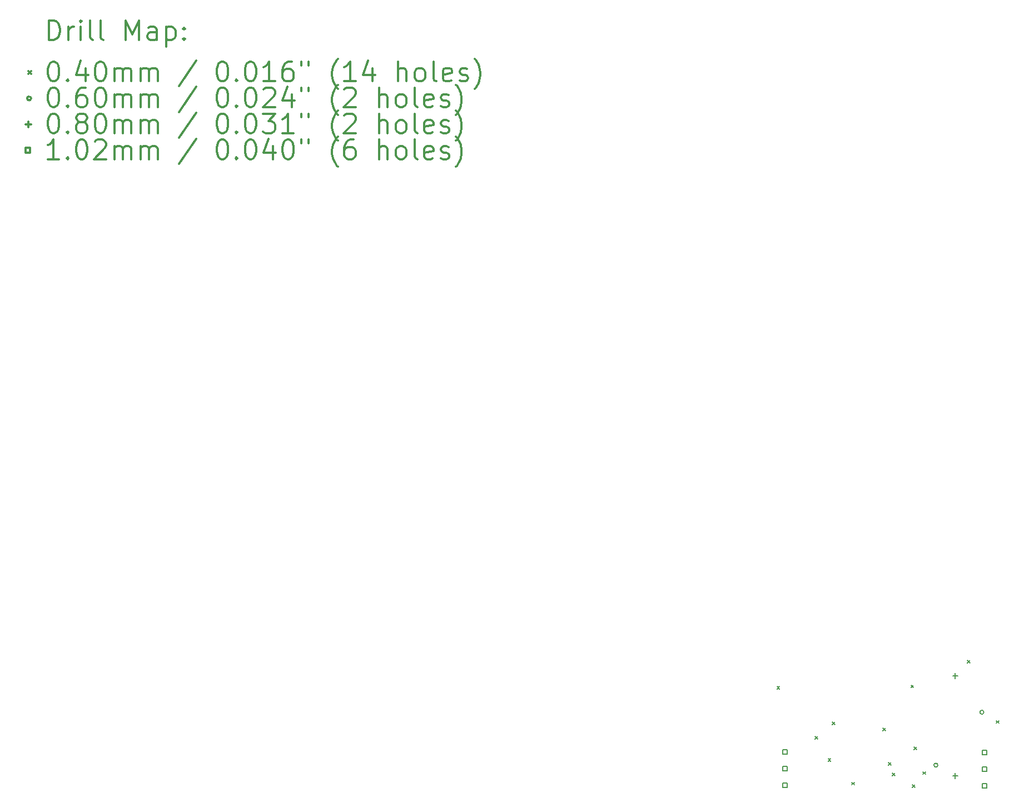
<source format=gbr>
%FSLAX45Y45*%
G04 Gerber Fmt 4.5, Leading zero omitted, Abs format (unit mm)*
G04 Created by KiCad (PCBNEW 4.0.2-stable) date 9/21/2016 2:39:10 AM*
%MOMM*%
G01*
G04 APERTURE LIST*
%ADD10C,0.127000*%
%ADD11C,0.200000*%
%ADD12C,0.300000*%
G04 APERTURE END LIST*
D10*
D11*
X11360000Y-10322000D02*
X11400000Y-10362000D01*
X11400000Y-10322000D02*
X11360000Y-10362000D01*
X11940000Y-11082000D02*
X11980000Y-11122000D01*
X11980000Y-11082000D02*
X11940000Y-11122000D01*
X12140000Y-11422000D02*
X12180000Y-11462000D01*
X12180000Y-11422000D02*
X12140000Y-11462000D01*
X12200000Y-10862000D02*
X12240000Y-10902000D01*
X12240000Y-10862000D02*
X12200000Y-10902000D01*
X12500000Y-11782000D02*
X12540000Y-11822000D01*
X12540000Y-11782000D02*
X12500000Y-11822000D01*
X12975000Y-10957000D02*
X13015000Y-10997000D01*
X13015000Y-10957000D02*
X12975000Y-10997000D01*
X13060000Y-11482000D02*
X13100000Y-11522000D01*
X13100000Y-11482000D02*
X13060000Y-11522000D01*
X13120000Y-11642000D02*
X13160000Y-11682000D01*
X13160000Y-11642000D02*
X13120000Y-11682000D01*
X13400000Y-10302000D02*
X13440000Y-10342000D01*
X13440000Y-10302000D02*
X13400000Y-10342000D01*
X13420000Y-11822000D02*
X13460000Y-11862000D01*
X13460000Y-11822000D02*
X13420000Y-11862000D01*
X13450000Y-11247000D02*
X13490000Y-11287000D01*
X13490000Y-11247000D02*
X13450000Y-11287000D01*
X13580000Y-11622000D02*
X13620000Y-11662000D01*
X13620000Y-11622000D02*
X13580000Y-11662000D01*
X14260000Y-9922000D02*
X14300000Y-9962000D01*
X14300000Y-9922000D02*
X14260000Y-9962000D01*
X14700000Y-10842000D02*
X14740000Y-10882000D01*
X14740000Y-10842000D02*
X14700000Y-10882000D01*
X13810000Y-11522000D02*
G75*
G03X13810000Y-11522000I-30000J0D01*
G01*
X14510000Y-10714499D02*
G75*
G03X14510000Y-10714499I-30000J0D01*
G01*
X14075000Y-10120000D02*
X14075000Y-10200000D01*
X14035000Y-10160000D02*
X14115000Y-10160000D01*
X14075000Y-11644000D02*
X14075000Y-11724000D01*
X14035000Y-11684000D02*
X14115000Y-11684000D01*
X11515921Y-11357921D02*
X11515921Y-11286079D01*
X11444079Y-11286079D01*
X11444079Y-11357921D01*
X11515921Y-11357921D01*
X11515921Y-11611921D02*
X11515921Y-11540079D01*
X11444079Y-11540079D01*
X11444079Y-11611921D01*
X11515921Y-11611921D01*
X11515921Y-11865921D02*
X11515921Y-11794079D01*
X11444079Y-11794079D01*
X11444079Y-11865921D01*
X11515921Y-11865921D01*
X14555921Y-11363921D02*
X14555921Y-11292079D01*
X14484079Y-11292079D01*
X14484079Y-11363921D01*
X14555921Y-11363921D01*
X14555921Y-11617921D02*
X14555921Y-11546079D01*
X14484079Y-11546079D01*
X14484079Y-11617921D01*
X14555921Y-11617921D01*
X14555921Y-11871921D02*
X14555921Y-11800079D01*
X14484079Y-11800079D01*
X14484079Y-11871921D01*
X14555921Y-11871921D01*
D12*
X271429Y-465714D02*
X271429Y-165714D01*
X342857Y-165714D01*
X385714Y-180000D01*
X414286Y-208571D01*
X428571Y-237143D01*
X442857Y-294286D01*
X442857Y-337143D01*
X428571Y-394286D01*
X414286Y-422857D01*
X385714Y-451429D01*
X342857Y-465714D01*
X271429Y-465714D01*
X571429Y-465714D02*
X571429Y-265714D01*
X571429Y-322857D02*
X585714Y-294286D01*
X600000Y-280000D01*
X628571Y-265714D01*
X657143Y-265714D01*
X757143Y-465714D02*
X757143Y-265714D01*
X757143Y-165714D02*
X742857Y-180000D01*
X757143Y-194286D01*
X771429Y-180000D01*
X757143Y-165714D01*
X757143Y-194286D01*
X942857Y-465714D02*
X914286Y-451429D01*
X900000Y-422857D01*
X900000Y-165714D01*
X1100000Y-465714D02*
X1071429Y-451429D01*
X1057143Y-422857D01*
X1057143Y-165714D01*
X1442857Y-465714D02*
X1442857Y-165714D01*
X1542857Y-380000D01*
X1642857Y-165714D01*
X1642857Y-465714D01*
X1914286Y-465714D02*
X1914286Y-308571D01*
X1900000Y-280000D01*
X1871429Y-265714D01*
X1814286Y-265714D01*
X1785714Y-280000D01*
X1914286Y-451429D02*
X1885714Y-465714D01*
X1814286Y-465714D01*
X1785714Y-451429D01*
X1771429Y-422857D01*
X1771429Y-394286D01*
X1785714Y-365714D01*
X1814286Y-351429D01*
X1885714Y-351429D01*
X1914286Y-337143D01*
X2057143Y-265714D02*
X2057143Y-565714D01*
X2057143Y-280000D02*
X2085714Y-265714D01*
X2142857Y-265714D01*
X2171429Y-280000D01*
X2185714Y-294286D01*
X2200000Y-322857D01*
X2200000Y-408571D01*
X2185714Y-437143D01*
X2171429Y-451429D01*
X2142857Y-465714D01*
X2085714Y-465714D01*
X2057143Y-451429D01*
X2328572Y-437143D02*
X2342857Y-451429D01*
X2328572Y-465714D01*
X2314286Y-451429D01*
X2328572Y-437143D01*
X2328572Y-465714D01*
X2328572Y-280000D02*
X2342857Y-294286D01*
X2328572Y-308571D01*
X2314286Y-294286D01*
X2328572Y-280000D01*
X2328572Y-308571D01*
X-40000Y-940000D02*
X0Y-980000D01*
X0Y-940000D02*
X-40000Y-980000D01*
X328571Y-795714D02*
X357143Y-795714D01*
X385714Y-810000D01*
X400000Y-824286D01*
X414286Y-852857D01*
X428571Y-910000D01*
X428571Y-981429D01*
X414286Y-1038571D01*
X400000Y-1067143D01*
X385714Y-1081429D01*
X357143Y-1095714D01*
X328571Y-1095714D01*
X300000Y-1081429D01*
X285714Y-1067143D01*
X271429Y-1038571D01*
X257143Y-981429D01*
X257143Y-910000D01*
X271429Y-852857D01*
X285714Y-824286D01*
X300000Y-810000D01*
X328571Y-795714D01*
X557143Y-1067143D02*
X571429Y-1081429D01*
X557143Y-1095714D01*
X542857Y-1081429D01*
X557143Y-1067143D01*
X557143Y-1095714D01*
X828571Y-895714D02*
X828571Y-1095714D01*
X757143Y-781429D02*
X685714Y-995714D01*
X871428Y-995714D01*
X1042857Y-795714D02*
X1071429Y-795714D01*
X1100000Y-810000D01*
X1114286Y-824286D01*
X1128571Y-852857D01*
X1142857Y-910000D01*
X1142857Y-981429D01*
X1128571Y-1038571D01*
X1114286Y-1067143D01*
X1100000Y-1081429D01*
X1071429Y-1095714D01*
X1042857Y-1095714D01*
X1014286Y-1081429D01*
X1000000Y-1067143D01*
X985714Y-1038571D01*
X971429Y-981429D01*
X971429Y-910000D01*
X985714Y-852857D01*
X1000000Y-824286D01*
X1014286Y-810000D01*
X1042857Y-795714D01*
X1271429Y-1095714D02*
X1271429Y-895714D01*
X1271429Y-924286D02*
X1285714Y-910000D01*
X1314286Y-895714D01*
X1357143Y-895714D01*
X1385714Y-910000D01*
X1400000Y-938571D01*
X1400000Y-1095714D01*
X1400000Y-938571D02*
X1414286Y-910000D01*
X1442857Y-895714D01*
X1485714Y-895714D01*
X1514286Y-910000D01*
X1528571Y-938571D01*
X1528571Y-1095714D01*
X1671429Y-1095714D02*
X1671429Y-895714D01*
X1671429Y-924286D02*
X1685714Y-910000D01*
X1714286Y-895714D01*
X1757143Y-895714D01*
X1785714Y-910000D01*
X1800000Y-938571D01*
X1800000Y-1095714D01*
X1800000Y-938571D02*
X1814286Y-910000D01*
X1842857Y-895714D01*
X1885714Y-895714D01*
X1914286Y-910000D01*
X1928571Y-938571D01*
X1928571Y-1095714D01*
X2514286Y-781429D02*
X2257143Y-1167143D01*
X2900000Y-795714D02*
X2928571Y-795714D01*
X2957143Y-810000D01*
X2971428Y-824286D01*
X2985714Y-852857D01*
X3000000Y-910000D01*
X3000000Y-981429D01*
X2985714Y-1038571D01*
X2971428Y-1067143D01*
X2957143Y-1081429D01*
X2928571Y-1095714D01*
X2900000Y-1095714D01*
X2871428Y-1081429D01*
X2857143Y-1067143D01*
X2842857Y-1038571D01*
X2828571Y-981429D01*
X2828571Y-910000D01*
X2842857Y-852857D01*
X2857143Y-824286D01*
X2871428Y-810000D01*
X2900000Y-795714D01*
X3128571Y-1067143D02*
X3142857Y-1081429D01*
X3128571Y-1095714D01*
X3114286Y-1081429D01*
X3128571Y-1067143D01*
X3128571Y-1095714D01*
X3328571Y-795714D02*
X3357143Y-795714D01*
X3385714Y-810000D01*
X3400000Y-824286D01*
X3414286Y-852857D01*
X3428571Y-910000D01*
X3428571Y-981429D01*
X3414286Y-1038571D01*
X3400000Y-1067143D01*
X3385714Y-1081429D01*
X3357143Y-1095714D01*
X3328571Y-1095714D01*
X3300000Y-1081429D01*
X3285714Y-1067143D01*
X3271428Y-1038571D01*
X3257143Y-981429D01*
X3257143Y-910000D01*
X3271428Y-852857D01*
X3285714Y-824286D01*
X3300000Y-810000D01*
X3328571Y-795714D01*
X3714286Y-1095714D02*
X3542857Y-1095714D01*
X3628571Y-1095714D02*
X3628571Y-795714D01*
X3600000Y-838571D01*
X3571428Y-867143D01*
X3542857Y-881429D01*
X3971428Y-795714D02*
X3914286Y-795714D01*
X3885714Y-810000D01*
X3871428Y-824286D01*
X3842857Y-867143D01*
X3828571Y-924286D01*
X3828571Y-1038571D01*
X3842857Y-1067143D01*
X3857143Y-1081429D01*
X3885714Y-1095714D01*
X3942857Y-1095714D01*
X3971428Y-1081429D01*
X3985714Y-1067143D01*
X4000000Y-1038571D01*
X4000000Y-967143D01*
X3985714Y-938571D01*
X3971428Y-924286D01*
X3942857Y-910000D01*
X3885714Y-910000D01*
X3857143Y-924286D01*
X3842857Y-938571D01*
X3828571Y-967143D01*
X4114286Y-795714D02*
X4114286Y-852857D01*
X4228571Y-795714D02*
X4228571Y-852857D01*
X4671429Y-1210000D02*
X4657143Y-1195714D01*
X4628571Y-1152857D01*
X4614286Y-1124286D01*
X4600000Y-1081429D01*
X4585714Y-1010000D01*
X4585714Y-952857D01*
X4600000Y-881429D01*
X4614286Y-838571D01*
X4628571Y-810000D01*
X4657143Y-767143D01*
X4671429Y-752857D01*
X4942857Y-1095714D02*
X4771429Y-1095714D01*
X4857143Y-1095714D02*
X4857143Y-795714D01*
X4828571Y-838571D01*
X4800000Y-867143D01*
X4771429Y-881429D01*
X5200000Y-895714D02*
X5200000Y-1095714D01*
X5128571Y-781429D02*
X5057143Y-995714D01*
X5242857Y-995714D01*
X5585714Y-1095714D02*
X5585714Y-795714D01*
X5714286Y-1095714D02*
X5714286Y-938571D01*
X5700000Y-910000D01*
X5671428Y-895714D01*
X5628571Y-895714D01*
X5600000Y-910000D01*
X5585714Y-924286D01*
X5900000Y-1095714D02*
X5871428Y-1081429D01*
X5857143Y-1067143D01*
X5842857Y-1038571D01*
X5842857Y-952857D01*
X5857143Y-924286D01*
X5871428Y-910000D01*
X5900000Y-895714D01*
X5942857Y-895714D01*
X5971428Y-910000D01*
X5985714Y-924286D01*
X6000000Y-952857D01*
X6000000Y-1038571D01*
X5985714Y-1067143D01*
X5971428Y-1081429D01*
X5942857Y-1095714D01*
X5900000Y-1095714D01*
X6171428Y-1095714D02*
X6142857Y-1081429D01*
X6128571Y-1052857D01*
X6128571Y-795714D01*
X6400000Y-1081429D02*
X6371429Y-1095714D01*
X6314286Y-1095714D01*
X6285714Y-1081429D01*
X6271429Y-1052857D01*
X6271429Y-938571D01*
X6285714Y-910000D01*
X6314286Y-895714D01*
X6371429Y-895714D01*
X6400000Y-910000D01*
X6414286Y-938571D01*
X6414286Y-967143D01*
X6271429Y-995714D01*
X6528571Y-1081429D02*
X6557143Y-1095714D01*
X6614286Y-1095714D01*
X6642857Y-1081429D01*
X6657143Y-1052857D01*
X6657143Y-1038571D01*
X6642857Y-1010000D01*
X6614286Y-995714D01*
X6571429Y-995714D01*
X6542857Y-981429D01*
X6528571Y-952857D01*
X6528571Y-938571D01*
X6542857Y-910000D01*
X6571429Y-895714D01*
X6614286Y-895714D01*
X6642857Y-910000D01*
X6757143Y-1210000D02*
X6771429Y-1195714D01*
X6800000Y-1152857D01*
X6814286Y-1124286D01*
X6828571Y-1081429D01*
X6842857Y-1010000D01*
X6842857Y-952857D01*
X6828571Y-881429D01*
X6814286Y-838571D01*
X6800000Y-810000D01*
X6771429Y-767143D01*
X6757143Y-752857D01*
X0Y-1356000D02*
G75*
G03X0Y-1356000I-30000J0D01*
G01*
X328571Y-1191714D02*
X357143Y-1191714D01*
X385714Y-1206000D01*
X400000Y-1220286D01*
X414286Y-1248857D01*
X428571Y-1306000D01*
X428571Y-1377429D01*
X414286Y-1434571D01*
X400000Y-1463143D01*
X385714Y-1477429D01*
X357143Y-1491714D01*
X328571Y-1491714D01*
X300000Y-1477429D01*
X285714Y-1463143D01*
X271429Y-1434571D01*
X257143Y-1377429D01*
X257143Y-1306000D01*
X271429Y-1248857D01*
X285714Y-1220286D01*
X300000Y-1206000D01*
X328571Y-1191714D01*
X557143Y-1463143D02*
X571429Y-1477429D01*
X557143Y-1491714D01*
X542857Y-1477429D01*
X557143Y-1463143D01*
X557143Y-1491714D01*
X828571Y-1191714D02*
X771428Y-1191714D01*
X742857Y-1206000D01*
X728571Y-1220286D01*
X700000Y-1263143D01*
X685714Y-1320286D01*
X685714Y-1434571D01*
X700000Y-1463143D01*
X714286Y-1477429D01*
X742857Y-1491714D01*
X800000Y-1491714D01*
X828571Y-1477429D01*
X842857Y-1463143D01*
X857143Y-1434571D01*
X857143Y-1363143D01*
X842857Y-1334571D01*
X828571Y-1320286D01*
X800000Y-1306000D01*
X742857Y-1306000D01*
X714286Y-1320286D01*
X700000Y-1334571D01*
X685714Y-1363143D01*
X1042857Y-1191714D02*
X1071429Y-1191714D01*
X1100000Y-1206000D01*
X1114286Y-1220286D01*
X1128571Y-1248857D01*
X1142857Y-1306000D01*
X1142857Y-1377429D01*
X1128571Y-1434571D01*
X1114286Y-1463143D01*
X1100000Y-1477429D01*
X1071429Y-1491714D01*
X1042857Y-1491714D01*
X1014286Y-1477429D01*
X1000000Y-1463143D01*
X985714Y-1434571D01*
X971429Y-1377429D01*
X971429Y-1306000D01*
X985714Y-1248857D01*
X1000000Y-1220286D01*
X1014286Y-1206000D01*
X1042857Y-1191714D01*
X1271429Y-1491714D02*
X1271429Y-1291714D01*
X1271429Y-1320286D02*
X1285714Y-1306000D01*
X1314286Y-1291714D01*
X1357143Y-1291714D01*
X1385714Y-1306000D01*
X1400000Y-1334571D01*
X1400000Y-1491714D01*
X1400000Y-1334571D02*
X1414286Y-1306000D01*
X1442857Y-1291714D01*
X1485714Y-1291714D01*
X1514286Y-1306000D01*
X1528571Y-1334571D01*
X1528571Y-1491714D01*
X1671429Y-1491714D02*
X1671429Y-1291714D01*
X1671429Y-1320286D02*
X1685714Y-1306000D01*
X1714286Y-1291714D01*
X1757143Y-1291714D01*
X1785714Y-1306000D01*
X1800000Y-1334571D01*
X1800000Y-1491714D01*
X1800000Y-1334571D02*
X1814286Y-1306000D01*
X1842857Y-1291714D01*
X1885714Y-1291714D01*
X1914286Y-1306000D01*
X1928571Y-1334571D01*
X1928571Y-1491714D01*
X2514286Y-1177429D02*
X2257143Y-1563143D01*
X2900000Y-1191714D02*
X2928571Y-1191714D01*
X2957143Y-1206000D01*
X2971428Y-1220286D01*
X2985714Y-1248857D01*
X3000000Y-1306000D01*
X3000000Y-1377429D01*
X2985714Y-1434571D01*
X2971428Y-1463143D01*
X2957143Y-1477429D01*
X2928571Y-1491714D01*
X2900000Y-1491714D01*
X2871428Y-1477429D01*
X2857143Y-1463143D01*
X2842857Y-1434571D01*
X2828571Y-1377429D01*
X2828571Y-1306000D01*
X2842857Y-1248857D01*
X2857143Y-1220286D01*
X2871428Y-1206000D01*
X2900000Y-1191714D01*
X3128571Y-1463143D02*
X3142857Y-1477429D01*
X3128571Y-1491714D01*
X3114286Y-1477429D01*
X3128571Y-1463143D01*
X3128571Y-1491714D01*
X3328571Y-1191714D02*
X3357143Y-1191714D01*
X3385714Y-1206000D01*
X3400000Y-1220286D01*
X3414286Y-1248857D01*
X3428571Y-1306000D01*
X3428571Y-1377429D01*
X3414286Y-1434571D01*
X3400000Y-1463143D01*
X3385714Y-1477429D01*
X3357143Y-1491714D01*
X3328571Y-1491714D01*
X3300000Y-1477429D01*
X3285714Y-1463143D01*
X3271428Y-1434571D01*
X3257143Y-1377429D01*
X3257143Y-1306000D01*
X3271428Y-1248857D01*
X3285714Y-1220286D01*
X3300000Y-1206000D01*
X3328571Y-1191714D01*
X3542857Y-1220286D02*
X3557143Y-1206000D01*
X3585714Y-1191714D01*
X3657143Y-1191714D01*
X3685714Y-1206000D01*
X3700000Y-1220286D01*
X3714286Y-1248857D01*
X3714286Y-1277429D01*
X3700000Y-1320286D01*
X3528571Y-1491714D01*
X3714286Y-1491714D01*
X3971428Y-1291714D02*
X3971428Y-1491714D01*
X3900000Y-1177429D02*
X3828571Y-1391714D01*
X4014286Y-1391714D01*
X4114286Y-1191714D02*
X4114286Y-1248857D01*
X4228571Y-1191714D02*
X4228571Y-1248857D01*
X4671429Y-1606000D02*
X4657143Y-1591714D01*
X4628571Y-1548857D01*
X4614286Y-1520286D01*
X4600000Y-1477429D01*
X4585714Y-1406000D01*
X4585714Y-1348857D01*
X4600000Y-1277429D01*
X4614286Y-1234571D01*
X4628571Y-1206000D01*
X4657143Y-1163143D01*
X4671429Y-1148857D01*
X4771429Y-1220286D02*
X4785714Y-1206000D01*
X4814286Y-1191714D01*
X4885714Y-1191714D01*
X4914286Y-1206000D01*
X4928571Y-1220286D01*
X4942857Y-1248857D01*
X4942857Y-1277429D01*
X4928571Y-1320286D01*
X4757143Y-1491714D01*
X4942857Y-1491714D01*
X5300000Y-1491714D02*
X5300000Y-1191714D01*
X5428571Y-1491714D02*
X5428571Y-1334571D01*
X5414286Y-1306000D01*
X5385714Y-1291714D01*
X5342857Y-1291714D01*
X5314286Y-1306000D01*
X5300000Y-1320286D01*
X5614286Y-1491714D02*
X5585714Y-1477429D01*
X5571429Y-1463143D01*
X5557143Y-1434571D01*
X5557143Y-1348857D01*
X5571429Y-1320286D01*
X5585714Y-1306000D01*
X5614286Y-1291714D01*
X5657143Y-1291714D01*
X5685714Y-1306000D01*
X5700000Y-1320286D01*
X5714286Y-1348857D01*
X5714286Y-1434571D01*
X5700000Y-1463143D01*
X5685714Y-1477429D01*
X5657143Y-1491714D01*
X5614286Y-1491714D01*
X5885714Y-1491714D02*
X5857143Y-1477429D01*
X5842857Y-1448857D01*
X5842857Y-1191714D01*
X6114286Y-1477429D02*
X6085714Y-1491714D01*
X6028571Y-1491714D01*
X6000000Y-1477429D01*
X5985714Y-1448857D01*
X5985714Y-1334571D01*
X6000000Y-1306000D01*
X6028571Y-1291714D01*
X6085714Y-1291714D01*
X6114286Y-1306000D01*
X6128571Y-1334571D01*
X6128571Y-1363143D01*
X5985714Y-1391714D01*
X6242857Y-1477429D02*
X6271429Y-1491714D01*
X6328571Y-1491714D01*
X6357143Y-1477429D01*
X6371429Y-1448857D01*
X6371429Y-1434571D01*
X6357143Y-1406000D01*
X6328571Y-1391714D01*
X6285714Y-1391714D01*
X6257143Y-1377429D01*
X6242857Y-1348857D01*
X6242857Y-1334571D01*
X6257143Y-1306000D01*
X6285714Y-1291714D01*
X6328571Y-1291714D01*
X6357143Y-1306000D01*
X6471428Y-1606000D02*
X6485714Y-1591714D01*
X6514286Y-1548857D01*
X6528571Y-1520286D01*
X6542857Y-1477429D01*
X6557143Y-1406000D01*
X6557143Y-1348857D01*
X6542857Y-1277429D01*
X6528571Y-1234571D01*
X6514286Y-1206000D01*
X6485714Y-1163143D01*
X6471428Y-1148857D01*
X-40000Y-1712000D02*
X-40000Y-1792000D01*
X-80000Y-1752000D02*
X0Y-1752000D01*
X328571Y-1587714D02*
X357143Y-1587714D01*
X385714Y-1602000D01*
X400000Y-1616286D01*
X414286Y-1644857D01*
X428571Y-1702000D01*
X428571Y-1773429D01*
X414286Y-1830571D01*
X400000Y-1859143D01*
X385714Y-1873429D01*
X357143Y-1887714D01*
X328571Y-1887714D01*
X300000Y-1873429D01*
X285714Y-1859143D01*
X271429Y-1830571D01*
X257143Y-1773429D01*
X257143Y-1702000D01*
X271429Y-1644857D01*
X285714Y-1616286D01*
X300000Y-1602000D01*
X328571Y-1587714D01*
X557143Y-1859143D02*
X571429Y-1873429D01*
X557143Y-1887714D01*
X542857Y-1873429D01*
X557143Y-1859143D01*
X557143Y-1887714D01*
X742857Y-1716286D02*
X714286Y-1702000D01*
X700000Y-1687714D01*
X685714Y-1659143D01*
X685714Y-1644857D01*
X700000Y-1616286D01*
X714286Y-1602000D01*
X742857Y-1587714D01*
X800000Y-1587714D01*
X828571Y-1602000D01*
X842857Y-1616286D01*
X857143Y-1644857D01*
X857143Y-1659143D01*
X842857Y-1687714D01*
X828571Y-1702000D01*
X800000Y-1716286D01*
X742857Y-1716286D01*
X714286Y-1730571D01*
X700000Y-1744857D01*
X685714Y-1773429D01*
X685714Y-1830571D01*
X700000Y-1859143D01*
X714286Y-1873429D01*
X742857Y-1887714D01*
X800000Y-1887714D01*
X828571Y-1873429D01*
X842857Y-1859143D01*
X857143Y-1830571D01*
X857143Y-1773429D01*
X842857Y-1744857D01*
X828571Y-1730571D01*
X800000Y-1716286D01*
X1042857Y-1587714D02*
X1071429Y-1587714D01*
X1100000Y-1602000D01*
X1114286Y-1616286D01*
X1128571Y-1644857D01*
X1142857Y-1702000D01*
X1142857Y-1773429D01*
X1128571Y-1830571D01*
X1114286Y-1859143D01*
X1100000Y-1873429D01*
X1071429Y-1887714D01*
X1042857Y-1887714D01*
X1014286Y-1873429D01*
X1000000Y-1859143D01*
X985714Y-1830571D01*
X971429Y-1773429D01*
X971429Y-1702000D01*
X985714Y-1644857D01*
X1000000Y-1616286D01*
X1014286Y-1602000D01*
X1042857Y-1587714D01*
X1271429Y-1887714D02*
X1271429Y-1687714D01*
X1271429Y-1716286D02*
X1285714Y-1702000D01*
X1314286Y-1687714D01*
X1357143Y-1687714D01*
X1385714Y-1702000D01*
X1400000Y-1730571D01*
X1400000Y-1887714D01*
X1400000Y-1730571D02*
X1414286Y-1702000D01*
X1442857Y-1687714D01*
X1485714Y-1687714D01*
X1514286Y-1702000D01*
X1528571Y-1730571D01*
X1528571Y-1887714D01*
X1671429Y-1887714D02*
X1671429Y-1687714D01*
X1671429Y-1716286D02*
X1685714Y-1702000D01*
X1714286Y-1687714D01*
X1757143Y-1687714D01*
X1785714Y-1702000D01*
X1800000Y-1730571D01*
X1800000Y-1887714D01*
X1800000Y-1730571D02*
X1814286Y-1702000D01*
X1842857Y-1687714D01*
X1885714Y-1687714D01*
X1914286Y-1702000D01*
X1928571Y-1730571D01*
X1928571Y-1887714D01*
X2514286Y-1573429D02*
X2257143Y-1959143D01*
X2900000Y-1587714D02*
X2928571Y-1587714D01*
X2957143Y-1602000D01*
X2971428Y-1616286D01*
X2985714Y-1644857D01*
X3000000Y-1702000D01*
X3000000Y-1773429D01*
X2985714Y-1830571D01*
X2971428Y-1859143D01*
X2957143Y-1873429D01*
X2928571Y-1887714D01*
X2900000Y-1887714D01*
X2871428Y-1873429D01*
X2857143Y-1859143D01*
X2842857Y-1830571D01*
X2828571Y-1773429D01*
X2828571Y-1702000D01*
X2842857Y-1644857D01*
X2857143Y-1616286D01*
X2871428Y-1602000D01*
X2900000Y-1587714D01*
X3128571Y-1859143D02*
X3142857Y-1873429D01*
X3128571Y-1887714D01*
X3114286Y-1873429D01*
X3128571Y-1859143D01*
X3128571Y-1887714D01*
X3328571Y-1587714D02*
X3357143Y-1587714D01*
X3385714Y-1602000D01*
X3400000Y-1616286D01*
X3414286Y-1644857D01*
X3428571Y-1702000D01*
X3428571Y-1773429D01*
X3414286Y-1830571D01*
X3400000Y-1859143D01*
X3385714Y-1873429D01*
X3357143Y-1887714D01*
X3328571Y-1887714D01*
X3300000Y-1873429D01*
X3285714Y-1859143D01*
X3271428Y-1830571D01*
X3257143Y-1773429D01*
X3257143Y-1702000D01*
X3271428Y-1644857D01*
X3285714Y-1616286D01*
X3300000Y-1602000D01*
X3328571Y-1587714D01*
X3528571Y-1587714D02*
X3714286Y-1587714D01*
X3614286Y-1702000D01*
X3657143Y-1702000D01*
X3685714Y-1716286D01*
X3700000Y-1730571D01*
X3714286Y-1759143D01*
X3714286Y-1830571D01*
X3700000Y-1859143D01*
X3685714Y-1873429D01*
X3657143Y-1887714D01*
X3571428Y-1887714D01*
X3542857Y-1873429D01*
X3528571Y-1859143D01*
X4000000Y-1887714D02*
X3828571Y-1887714D01*
X3914286Y-1887714D02*
X3914286Y-1587714D01*
X3885714Y-1630571D01*
X3857143Y-1659143D01*
X3828571Y-1673429D01*
X4114286Y-1587714D02*
X4114286Y-1644857D01*
X4228571Y-1587714D02*
X4228571Y-1644857D01*
X4671429Y-2002000D02*
X4657143Y-1987714D01*
X4628571Y-1944857D01*
X4614286Y-1916286D01*
X4600000Y-1873429D01*
X4585714Y-1802000D01*
X4585714Y-1744857D01*
X4600000Y-1673429D01*
X4614286Y-1630571D01*
X4628571Y-1602000D01*
X4657143Y-1559143D01*
X4671429Y-1544857D01*
X4771429Y-1616286D02*
X4785714Y-1602000D01*
X4814286Y-1587714D01*
X4885714Y-1587714D01*
X4914286Y-1602000D01*
X4928571Y-1616286D01*
X4942857Y-1644857D01*
X4942857Y-1673429D01*
X4928571Y-1716286D01*
X4757143Y-1887714D01*
X4942857Y-1887714D01*
X5300000Y-1887714D02*
X5300000Y-1587714D01*
X5428571Y-1887714D02*
X5428571Y-1730571D01*
X5414286Y-1702000D01*
X5385714Y-1687714D01*
X5342857Y-1687714D01*
X5314286Y-1702000D01*
X5300000Y-1716286D01*
X5614286Y-1887714D02*
X5585714Y-1873429D01*
X5571429Y-1859143D01*
X5557143Y-1830571D01*
X5557143Y-1744857D01*
X5571429Y-1716286D01*
X5585714Y-1702000D01*
X5614286Y-1687714D01*
X5657143Y-1687714D01*
X5685714Y-1702000D01*
X5700000Y-1716286D01*
X5714286Y-1744857D01*
X5714286Y-1830571D01*
X5700000Y-1859143D01*
X5685714Y-1873429D01*
X5657143Y-1887714D01*
X5614286Y-1887714D01*
X5885714Y-1887714D02*
X5857143Y-1873429D01*
X5842857Y-1844857D01*
X5842857Y-1587714D01*
X6114286Y-1873429D02*
X6085714Y-1887714D01*
X6028571Y-1887714D01*
X6000000Y-1873429D01*
X5985714Y-1844857D01*
X5985714Y-1730571D01*
X6000000Y-1702000D01*
X6028571Y-1687714D01*
X6085714Y-1687714D01*
X6114286Y-1702000D01*
X6128571Y-1730571D01*
X6128571Y-1759143D01*
X5985714Y-1787714D01*
X6242857Y-1873429D02*
X6271429Y-1887714D01*
X6328571Y-1887714D01*
X6357143Y-1873429D01*
X6371429Y-1844857D01*
X6371429Y-1830571D01*
X6357143Y-1802000D01*
X6328571Y-1787714D01*
X6285714Y-1787714D01*
X6257143Y-1773429D01*
X6242857Y-1744857D01*
X6242857Y-1730571D01*
X6257143Y-1702000D01*
X6285714Y-1687714D01*
X6328571Y-1687714D01*
X6357143Y-1702000D01*
X6471428Y-2002000D02*
X6485714Y-1987714D01*
X6514286Y-1944857D01*
X6528571Y-1916286D01*
X6542857Y-1873429D01*
X6557143Y-1802000D01*
X6557143Y-1744857D01*
X6542857Y-1673429D01*
X6528571Y-1630571D01*
X6514286Y-1602000D01*
X6485714Y-1559143D01*
X6471428Y-1544857D01*
X-14879Y-2183921D02*
X-14879Y-2112079D01*
X-86721Y-2112079D01*
X-86721Y-2183921D01*
X-14879Y-2183921D01*
X428571Y-2283714D02*
X257143Y-2283714D01*
X342857Y-2283714D02*
X342857Y-1983714D01*
X314286Y-2026571D01*
X285714Y-2055143D01*
X257143Y-2069429D01*
X557143Y-2255143D02*
X571429Y-2269429D01*
X557143Y-2283714D01*
X542857Y-2269429D01*
X557143Y-2255143D01*
X557143Y-2283714D01*
X757143Y-1983714D02*
X785714Y-1983714D01*
X814286Y-1998000D01*
X828571Y-2012286D01*
X842857Y-2040857D01*
X857143Y-2098000D01*
X857143Y-2169429D01*
X842857Y-2226571D01*
X828571Y-2255143D01*
X814286Y-2269429D01*
X785714Y-2283714D01*
X757143Y-2283714D01*
X728571Y-2269429D01*
X714286Y-2255143D01*
X700000Y-2226571D01*
X685714Y-2169429D01*
X685714Y-2098000D01*
X700000Y-2040857D01*
X714286Y-2012286D01*
X728571Y-1998000D01*
X757143Y-1983714D01*
X971429Y-2012286D02*
X985714Y-1998000D01*
X1014286Y-1983714D01*
X1085714Y-1983714D01*
X1114286Y-1998000D01*
X1128571Y-2012286D01*
X1142857Y-2040857D01*
X1142857Y-2069429D01*
X1128571Y-2112286D01*
X957143Y-2283714D01*
X1142857Y-2283714D01*
X1271429Y-2283714D02*
X1271429Y-2083714D01*
X1271429Y-2112286D02*
X1285714Y-2098000D01*
X1314286Y-2083714D01*
X1357143Y-2083714D01*
X1385714Y-2098000D01*
X1400000Y-2126571D01*
X1400000Y-2283714D01*
X1400000Y-2126571D02*
X1414286Y-2098000D01*
X1442857Y-2083714D01*
X1485714Y-2083714D01*
X1514286Y-2098000D01*
X1528571Y-2126571D01*
X1528571Y-2283714D01*
X1671429Y-2283714D02*
X1671429Y-2083714D01*
X1671429Y-2112286D02*
X1685714Y-2098000D01*
X1714286Y-2083714D01*
X1757143Y-2083714D01*
X1785714Y-2098000D01*
X1800000Y-2126571D01*
X1800000Y-2283714D01*
X1800000Y-2126571D02*
X1814286Y-2098000D01*
X1842857Y-2083714D01*
X1885714Y-2083714D01*
X1914286Y-2098000D01*
X1928571Y-2126571D01*
X1928571Y-2283714D01*
X2514286Y-1969429D02*
X2257143Y-2355143D01*
X2900000Y-1983714D02*
X2928571Y-1983714D01*
X2957143Y-1998000D01*
X2971428Y-2012286D01*
X2985714Y-2040857D01*
X3000000Y-2098000D01*
X3000000Y-2169429D01*
X2985714Y-2226571D01*
X2971428Y-2255143D01*
X2957143Y-2269429D01*
X2928571Y-2283714D01*
X2900000Y-2283714D01*
X2871428Y-2269429D01*
X2857143Y-2255143D01*
X2842857Y-2226571D01*
X2828571Y-2169429D01*
X2828571Y-2098000D01*
X2842857Y-2040857D01*
X2857143Y-2012286D01*
X2871428Y-1998000D01*
X2900000Y-1983714D01*
X3128571Y-2255143D02*
X3142857Y-2269429D01*
X3128571Y-2283714D01*
X3114286Y-2269429D01*
X3128571Y-2255143D01*
X3128571Y-2283714D01*
X3328571Y-1983714D02*
X3357143Y-1983714D01*
X3385714Y-1998000D01*
X3400000Y-2012286D01*
X3414286Y-2040857D01*
X3428571Y-2098000D01*
X3428571Y-2169429D01*
X3414286Y-2226571D01*
X3400000Y-2255143D01*
X3385714Y-2269429D01*
X3357143Y-2283714D01*
X3328571Y-2283714D01*
X3300000Y-2269429D01*
X3285714Y-2255143D01*
X3271428Y-2226571D01*
X3257143Y-2169429D01*
X3257143Y-2098000D01*
X3271428Y-2040857D01*
X3285714Y-2012286D01*
X3300000Y-1998000D01*
X3328571Y-1983714D01*
X3685714Y-2083714D02*
X3685714Y-2283714D01*
X3614286Y-1969429D02*
X3542857Y-2183714D01*
X3728571Y-2183714D01*
X3900000Y-1983714D02*
X3928571Y-1983714D01*
X3957143Y-1998000D01*
X3971428Y-2012286D01*
X3985714Y-2040857D01*
X4000000Y-2098000D01*
X4000000Y-2169429D01*
X3985714Y-2226571D01*
X3971428Y-2255143D01*
X3957143Y-2269429D01*
X3928571Y-2283714D01*
X3900000Y-2283714D01*
X3871428Y-2269429D01*
X3857143Y-2255143D01*
X3842857Y-2226571D01*
X3828571Y-2169429D01*
X3828571Y-2098000D01*
X3842857Y-2040857D01*
X3857143Y-2012286D01*
X3871428Y-1998000D01*
X3900000Y-1983714D01*
X4114286Y-1983714D02*
X4114286Y-2040857D01*
X4228571Y-1983714D02*
X4228571Y-2040857D01*
X4671429Y-2398000D02*
X4657143Y-2383714D01*
X4628571Y-2340857D01*
X4614286Y-2312286D01*
X4600000Y-2269429D01*
X4585714Y-2198000D01*
X4585714Y-2140857D01*
X4600000Y-2069429D01*
X4614286Y-2026571D01*
X4628571Y-1998000D01*
X4657143Y-1955143D01*
X4671429Y-1940857D01*
X4914286Y-1983714D02*
X4857143Y-1983714D01*
X4828571Y-1998000D01*
X4814286Y-2012286D01*
X4785714Y-2055143D01*
X4771429Y-2112286D01*
X4771429Y-2226571D01*
X4785714Y-2255143D01*
X4800000Y-2269429D01*
X4828571Y-2283714D01*
X4885714Y-2283714D01*
X4914286Y-2269429D01*
X4928571Y-2255143D01*
X4942857Y-2226571D01*
X4942857Y-2155143D01*
X4928571Y-2126571D01*
X4914286Y-2112286D01*
X4885714Y-2098000D01*
X4828571Y-2098000D01*
X4800000Y-2112286D01*
X4785714Y-2126571D01*
X4771429Y-2155143D01*
X5300000Y-2283714D02*
X5300000Y-1983714D01*
X5428571Y-2283714D02*
X5428571Y-2126571D01*
X5414286Y-2098000D01*
X5385714Y-2083714D01*
X5342857Y-2083714D01*
X5314286Y-2098000D01*
X5300000Y-2112286D01*
X5614286Y-2283714D02*
X5585714Y-2269429D01*
X5571429Y-2255143D01*
X5557143Y-2226571D01*
X5557143Y-2140857D01*
X5571429Y-2112286D01*
X5585714Y-2098000D01*
X5614286Y-2083714D01*
X5657143Y-2083714D01*
X5685714Y-2098000D01*
X5700000Y-2112286D01*
X5714286Y-2140857D01*
X5714286Y-2226571D01*
X5700000Y-2255143D01*
X5685714Y-2269429D01*
X5657143Y-2283714D01*
X5614286Y-2283714D01*
X5885714Y-2283714D02*
X5857143Y-2269429D01*
X5842857Y-2240857D01*
X5842857Y-1983714D01*
X6114286Y-2269429D02*
X6085714Y-2283714D01*
X6028571Y-2283714D01*
X6000000Y-2269429D01*
X5985714Y-2240857D01*
X5985714Y-2126571D01*
X6000000Y-2098000D01*
X6028571Y-2083714D01*
X6085714Y-2083714D01*
X6114286Y-2098000D01*
X6128571Y-2126571D01*
X6128571Y-2155143D01*
X5985714Y-2183714D01*
X6242857Y-2269429D02*
X6271429Y-2283714D01*
X6328571Y-2283714D01*
X6357143Y-2269429D01*
X6371429Y-2240857D01*
X6371429Y-2226571D01*
X6357143Y-2198000D01*
X6328571Y-2183714D01*
X6285714Y-2183714D01*
X6257143Y-2169429D01*
X6242857Y-2140857D01*
X6242857Y-2126571D01*
X6257143Y-2098000D01*
X6285714Y-2083714D01*
X6328571Y-2083714D01*
X6357143Y-2098000D01*
X6471428Y-2398000D02*
X6485714Y-2383714D01*
X6514286Y-2340857D01*
X6528571Y-2312286D01*
X6542857Y-2269429D01*
X6557143Y-2198000D01*
X6557143Y-2140857D01*
X6542857Y-2069429D01*
X6528571Y-2026571D01*
X6514286Y-1998000D01*
X6485714Y-1955143D01*
X6471428Y-1940857D01*
M02*

</source>
